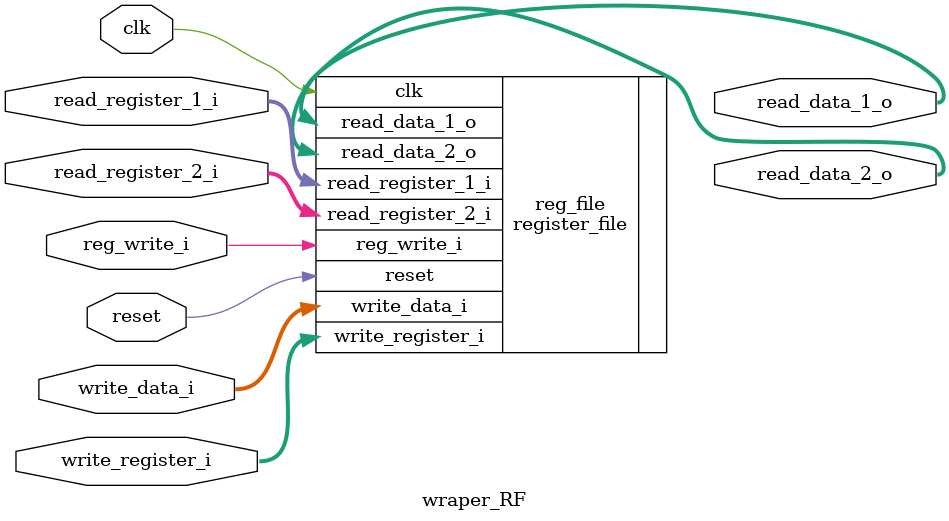
<source format=v>
module wraper_RF	//Instance of description of input and output elements "Wrapper".
#(
parameter WIDTH = 32,
parameter SIZE =5
)
(//Module inputs and outputs.
	input clk,
	input reset,
	input reg_write_i, 
	input [SIZE-1:0] read_register_1_i,
	input [SIZE-1:0] read_register_2_i,
	input [SIZE-1:0] write_register_i,
	input [WIDTH-1:0] write_data_i,
	output [WIDTH-1:0] read_data_1_o,
	output [WIDTH-1:0] read_data_2_o
);
//Instance of reg file with Wrapper inputs and outputs
register_file reg_file(
.clk(clk), .reset(reset),
.reg_write_i(reg_write_i),  
.read_register_1_i(read_register_1_i),
.read_register_2_i(read_register_2_i), 
.write_register_i(write_register_i),
.write_data_i(write_data_i),
.read_data_1_o(read_data_1_o),
.read_data_2_o(read_data_2_o)
);
endmodule


</source>
